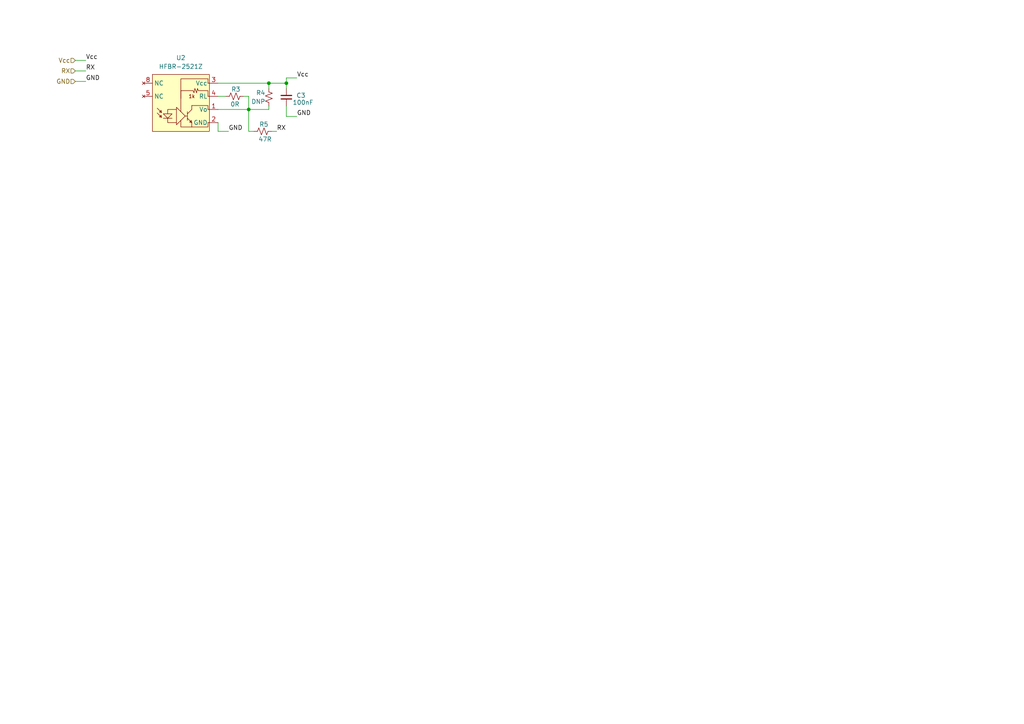
<source format=kicad_sch>
(kicad_sch (version 20211123) (generator eeschema)
  (paper "A4")
  (lib_symbols
    (symbol "CL_Fiber_Optic:HFBR-2521Z"
      (property "Reference" "U" (at -10.16 -10.16 0))
      (property "Value" "HFBR-2521Z" (at -5.08 8.89 0))
      (symbol "HFBR-2521Z_0_0"
        (rectangle (start -11.43 7.62) (end 5.08 -8.89) (fill (type background)))
        (polyline (pts (xy 0 -2.54) (xy 0 -1.397)))
        (polyline (pts (xy 4.699 -6.35) (xy 5.08 -6.35)))
        (polyline (pts (xy 4.699 -2.54) (xy 5.08 -2.54)))
        (polyline (pts (xy 4.699 1.27) (xy 5.08 1.27)))
        (polyline (pts (xy 4.699 5.08) (xy 4.699 6.35)))
        (polyline (pts (xy 4.699 5.08) (xy 5.08 5.08)))
        (text "1k" (at 0 1.27 0) (effects (font (size 1 1))))
      )
      (symbol "HFBR-2521Z_0_1"
        (polyline (pts (xy -10.033 -3.556) (xy -8.763 -4.826)))
        (polyline (pts (xy -10.033 -2.159) (xy -8.763 -3.429)))
        (polyline (pts (xy -8.255 -5.08) (xy -5.715 -5.08)))
        (polyline (pts (xy -1.27 -5.08) (xy 0 -6.35)))
        (polyline (pts (xy -1.27 -3.81) (xy 0 -2.54)))
        (polyline (pts (xy -6.985 -5.08) (xy -6.985 -6.35) (xy -4.445 -6.35)))
        (polyline (pts (xy -6.985 -3.81) (xy -6.985 -2.54) (xy -4.445 -2.54)))
        (polyline (pts (xy 4.699 -6.35) (xy 4.699 -7.62) (xy 0 -7.62)))
        (polyline (pts (xy 4.699 -2.54) (xy 4.699 -1.397) (xy 0 -1.397)))
        (polyline (pts (xy -8.763 -4.826) (xy -8.89 -4.191) (xy -9.398 -4.699) (xy -8.763 -4.826)))
        (polyline (pts (xy -8.763 -3.429) (xy -8.89 -2.794) (xy -9.398 -3.302) (xy -8.763 -3.429)))
        (polyline (pts (xy -8.255 -3.81) (xy -5.715 -3.81) (xy -6.985 -5.08) (xy -8.255 -3.81)))
        (polyline (pts (xy -4.445 -1.905) (xy -4.445 -6.985) (xy -1.905 -4.445) (xy -4.445 -1.905)))
        (polyline (pts (xy -3.175 -5.715) (xy -3.175 -7.62) (xy 0 -7.62) (xy 0 -6.35)))
        (polyline (pts (xy -3.175 0.635) (xy -3.175 6.35) (xy 4.699 6.35) (xy 4.699 6.35)))
        (polyline (pts (xy -1.905 -4.445) (xy -1.27 -4.445) (xy -1.27 -3.175) (xy -1.27 -5.715)))
        (polyline (pts (xy 0 -6.35) (xy -0.127 -5.715) (xy -0.635 -6.223) (xy 0 -6.35)))
        (polyline (pts (xy 4.699 1.27) (xy 4.699 2.921) (xy 1.905 2.921) (xy 1.651 3.556) (xy 1.397 2.286) (xy 0.889 3.556) (xy 0.635 2.286) (xy 0.381 2.921) (xy -3.175 2.921) (xy -3.175 2.921) (xy -3.175 -3.175)))
      )
      (symbol "HFBR-2521Z_1_1"
        (pin output line (at 7.62 -2.54 180) (length 2.54) (name "Vo") (number "1"))
        (pin power_in line (at 7.62 -6.35 180) (length 2.54) (name "GND") (number "2"))
        (pin power_in line (at 7.62 5.08 180) (length 2.54) (name "Vcc") (number "3"))
        (pin input line (at 7.62 1.27 180) (length 2.54) (name "RL") (number "4"))
        (pin no_connect line (at -13.97 1.27 0) (length 2.54) (name "NC") (number "5"))
        (pin no_connect line (at -13.97 5.08 0) (length 2.54) (name "NC") (number "8"))
      )
    )
    (symbol "Device:C_Small" (pin_numbers hide) (pin_names (offset 0.254) hide)
      (property "Reference" "C" (at 0.254 1.778 0))
      (property "Value" "C_Small" (at 0.254 -2.032 0))
      (symbol "C_Small_0_1"
        (polyline (pts (xy -1.524 -0.508) (xy 1.524 -0.508)) (stroke (width 0.3302)))
        (polyline (pts (xy -1.524 0.508) (xy 1.524 0.508)) (stroke (width 0.3048)))
      )
      (symbol "C_Small_1_1"
        (pin passive line (at 0 2.54 270) (length 2.032) (name "~") (number "1"))
        (pin passive line (at 0 -2.54 90) (length 2.032) (name "~") (number "2"))
      )
    )
    (symbol "Device:R_Small_US" (pin_numbers hide) (pin_names (offset 0.254) hide)
      (property "Reference" "R" (at 0.762 0.508 0))
      (property "Value" "R_Small_US" (at 0.762 -1.016 0))
      (symbol "R_Small_US_1_1"
        (polyline (pts (xy 0 0) (xy 1.016 -0.381) (xy 0 -0.762) (xy -1.016 -1.143) (xy 0 -1.524)))
        (polyline (pts (xy 0 1.524) (xy 1.016 1.143) (xy 0 0.762) (xy -1.016 0.381) (xy 0 0)))
        (pin passive line (at 0 2.54 270) (length 1.016) (name "~") (number "1"))
        (pin passive line (at 0 -2.54 90) (length 1.016) (name "~") (number "2"))
      )
    )
  )
  (junction (at 72.136 31.75))
  (junction (at 83.058 24.13))
  (junction (at 77.978 24.13))
  (wire (pts (xy 86.106 22.606) (xy 83.058 22.606)))
  (wire (pts (xy 72.136 27.94) (xy 72.136 31.75)))
  (wire (pts (xy 72.136 31.75) (xy 72.136 38.1)))
  (wire (pts (xy 83.058 24.13) (xy 83.058 25.654)))
  (wire (pts (xy 63.246 38.1) (xy 66.294 38.1)))
  (wire (pts (xy 63.246 24.13) (xy 77.978 24.13)))
  (wire (pts (xy 70.612 27.94) (xy 72.136 27.94)))
  (wire (pts (xy 72.136 31.75) (xy 77.978 31.75)))
  (wire (pts (xy 83.058 30.734) (xy 83.058 33.782)))
  (wire (pts (xy 63.246 27.94) (xy 65.532 27.94)))
  (wire (pts (xy 77.978 31.75) (xy 77.978 30.734)))
  (wire (pts (xy 72.136 38.1) (xy 73.66 38.1)))
  (wire (pts (xy 77.978 24.13) (xy 83.058 24.13)))
  (wire (pts (xy 78.74 38.1) (xy 80.264 38.1)))
  (wire (pts (xy 21.844 20.574) (xy 24.892 20.574)))
  (wire (pts (xy 21.844 17.526) (xy 24.892 17.526)))
  (wire (pts (xy 63.246 31.75) (xy 72.136 31.75)))
  (wire (pts (xy 21.844 23.622) (xy 24.892 23.622)))
  (wire (pts (xy 83.058 22.606) (xy 83.058 24.13)))
  (wire (pts (xy 63.246 35.56) (xy 63.246 38.1)))
  (wire (pts (xy 77.978 24.13) (xy 77.978 25.654)))
  (wire (pts (xy 86.106 33.782) (xy 83.058 33.782)))
  (label "GND" (at 66.294 38.1 0))
  (label "Vcc" (at 86.106 22.606 0))
  (label "GND" (at 24.892 23.622 0))
  (label "Vcc" (at 24.892 17.526 0))
  (label "RX" (at 24.892 20.574 0))
  (label "RX" (at 80.264 38.1 0))
  (label "GND" (at 86.106 33.782 0))
  (hierarchical_label "RX" (shape input) (at 21.844 20.574 180))
  (hierarchical_label "Vcc" (shape input) (at 21.844 17.526 180))
  (hierarchical_label "GND" (shape input) (at 21.844 23.622 180))
  (symbol (lib_id "Device:R_Small_US") (at 68.072 27.94 270) (unit 1)
    (property "Reference" "R3" (at 67.056 25.908 90) (effects (justify left)))
    (property "Value" "0R" (at 66.802 30.226 90) (effects (justify left)))
    (property "Footprint" "Resistor_SMD:R_0805_2012Metric_Pad1.20x1.40mm_HandSolder" (effects hide))
  )
  (symbol (lib_id "CL_Fiber_Optic:HFBR-2521Z") (at 55.626 29.21 0) (unit 1)
    (property "Reference" "U2" (at 52.451 16.764 0))
    (property "Value" "HFBR-2521Z" (at 52.451 19.304 0))
    (property "Footprint" "CL_Fiber_Optic:HFBR-2521Z" (effects hide))
    (property "Datasheet" "https://docs.broadcom.com/doc/AV02-1501EN" (effects hide))
  )
  (symbol (lib_id "Device:R_Small_US") (at 76.2 38.1 270) (unit 1)
    (property "Reference" "R5" (at 75.184 36.068 90) (effects (justify left)))
    (property "Value" "47R" (at 74.93 40.386 90) (effects (justify left)))
    (property "Footprint" "Resistor_SMD:R_0805_2012Metric_Pad1.20x1.40mm_HandSolder" (effects hide))
  )
  (symbol (lib_id "Device:C_Small") (at 83.058 28.194 0) (mirror x) (unit 1)
    (property "Reference" "C3" (at 88.646 27.686 0) (effects (justify right)))
    (property "Value" "100nF" (at 90.932 29.718 0) (effects (justify right)))
    (property "Footprint" "Capacitor_SMD:C_0805_2012Metric_Pad1.18x1.45mm_HandSolder" (effects hide))
  )
  (symbol (lib_id "Device:R_Small_US") (at 77.978 28.194 180) (unit 1)
    (property "Reference" "R4" (at 76.962 26.924 0) (effects (justify left)))
    (property "Value" "DNP" (at 76.962 29.464 0) (effects (justify left)))
    (property "Footprint" "Resistor_SMD:R_0805_2012Metric_Pad1.20x1.40mm_HandSolder" (effects hide))
  )
)
</source>
